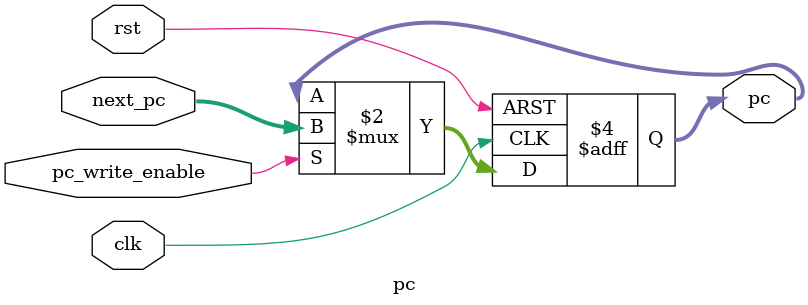
<source format=v>
`timescale 10ns / 1ns

`define ADDR_WIDTH 5  // Register file address width
`define DATA_WIDTH 32 // Data bus width

//==============================================================================
// Module: simple_cpu
// Description: A simple MIPS-like CPU core with integrated control logic.
//              (Code organized by strict pipeline stage definitions)
//==============================================================================
module simple_cpu (
    //-- Global Signals --
    input         clk,            // Clock signal
    input         rst,            // Reset signal

    //-- Instruction Fetch Interface --
    output [31:0] PC,             // Program Counter output
    input  [31:0] Instruction,    // Instruction input from memory

    //-- Data Memory Interface --
    output [31:0] Address,        // Memory address output
    output        MemWrite,       // Memory write enable signal
    output [31:0] Write_data,     // Data to write to memory
    output [ 3:0] Write_strb,     // Memory byte strobes for writes
    input  [31:0] Read_data,      // Data read from memory
    output        MemRead         // Memory read enable signal
);

  //----------------------------------------------------------------------------
  // Internal Wires - Connecting Logic Blocks and Modules
  // (Grouped here for clarity, used across stages)
  //----------------------------------------------------------------------------

  //-- Signals generated in ID (purely from Instruction) --
  wire [ 5:0] opcode;               // Opcode field
  wire [ 4:0] rs;                   // Source register 1 specifier
  wire [ 4:0] rt;                   // Source register 2 specifier / Branch Func
  wire [ 4:0] rd;                   // Destination register specifier (R-type)
  wire [ 4:0] shamt;                // Shift amount (R-type shift)
  wire [ 5:0] funct;                // Function field (R-type)
  wire [15:0] imm_16;               // 16-bit immediate value
  wire [25:0] imm_J;                // 26-bit immediate for jump
  wire [31:0] imm_SE;               // Sign-extended immediate
  wire [31:0] imm_0E;               // Zero-extended immediate
  wire [31:0] imm_B_ext;            // Sign-extended branch immediate
  wire [31:0] lui_result;           // Result for LUI instruction
  wire        use_zero_extend;      // Control for immediate extension type
  reg  [ 8:0] current_state;        // Current state of the FSM
  reg  [ 8:0] next_state;           // Next state of the FSM
  reg  [31:0] IR;                   // Instruction Register (holds current instruction)

  wire        reg_dst_input;          // Selects destination register (rd/rt/ra hint)
  wire        is_branch;              // Indicates Branch instruction
  wire        branch_condition_satisfied; // Indicates branch condition is satisfied
  wire        mem_read_internal;      // Internal Memory read enable (Load)
  wire        mem_write_internal;     // Internal Memory write enable (Store)
  wire        alu_src_imm_input;      // Selects ALU source 2 (Reg/Imm)
  wire        reg_write_cond;         // Precondition for register write enable (base check)
  wire        alu_op_ok;              // Indicates ALUOp can be derived from opcode
  wire [ 2:0] alu_op_cond;            // ALU operation hint from opcode
  wire        is_alu_operation;       // Indicates an ALU operation is needed
  wire        is_shift_operation;     // Indicates a Shift operation is needed
  wire [ 2:0] alu_op;                 // Decoded ALU operation (R/I type)
  wire [ 1:0] shifter_op;             // Decoded Shift operation type
  wire        is_shamt;               // Indicates shamt is used for shift amount
  wire        is_zero_cmp;            // Indicates branch compares rs against zero
  wire        is_move;                // Indicates MOVZ/MOVN
  wire        is_lui;                 // Indicates LUI instruction
  wire        is_load_store;          // Indicates Load/Store instruction
  wire [ 2:0] move_alu_op;            // ALU operation code for MOVZ/MOVN
  wire        is_jump;                // Indicates any Jump instruction occurred (J, JAL, JR, JALR)
  wire        is_link_jump;           // Indicates JAL or JALR instruction
  wire        is_j_instr;
  wire        is_jal_instr;
  wire        is_jr_instr;
  wire        is_jalr_instr;
  wire        is_REGIMM;
  wire        NOP;                    // Indicates NOP instruction (all bits 0)
  wire        write_disallowed;       // Instr. type that never writes back
  wire        intermediate_reg_write_cond; // Base write condition refined

  //-- Signals from Register File (ID Stage Read) --
  wire [31:0] RF_rdata1;              // Data read from RegFile port 1 (rs)
  wire [31:0] RF_rdata2;              // Data read from RegFile port 2 (rt)

  //-- Signals from/for PC Path (Generated/Used across stages) --
  wire [31:0] next_pc;                // Next program counter value (Calculated in EX)
  wire [31:0] current_pc;             // Current program counter value (from PC module in IF)
  wire [31:0] pc_store;               // PC+8 for JAL/JALR link address (Calculated in EX)

  //-- Signals from ALU/Shifter Path (Generated in EX) --
  wire [31:0] alu_src1;               // First ALU operand
  wire [31:0] alu_src2;               // Second ALU operand
  wire [31:0] shifter_src1;           // First Shifter operand (data)
  wire [31:0] shifter_src2;           // Second Shifter operand (shift amount)
  wire [ 2:0] alu_op_final;           // Final ALU operation control to ALU
  wire        alu_zero;               // ALU Zero flag
  wire [31:0] alu_result;             // ALU computation result
  reg  [31:0] shift_result;           // Shifter result

  //-- Signals from Memory Path (Generated in MEM) --
  wire [31:0] load_data;              // Data processed from memory/registers for load operations

  //-- Signals for WB Stage --
  wire        RF_wen;                 // Final write enable to RegFile
  wire [ 4:0] RF_waddr;               // Write address to RegFile
  reg  [31:0] RF_wdata;               // Write data to RegFile

  wire [69:0] inst_retire;

  assign inst_retire = {RF_wen, RF_waddr, RF_wdata, current_pc}; // Assigning the inst_retire signal with the required information

  //============================================================================
  // PIPELINE STAGE 0: FSM Implementation
  //============================================================================

// -- FSM State Definitions --
localparam INIT = 9'b000000001, // Initial State
           IF   = 9'b000000010, // Instruction Fetch
           IW   = 9'b000000100, // Instruction Wait
           ID   = 9'b000001000, // Instruction Decode
           EX   = 9'b000010000, // Execute
           ST   = 9'b000100000, // Store - Memory Write
           MEM  = 9'b001000000, // Load - Memory Read
           RDW  = 9'b010000000, // Read Data Wait
           WB   = 9'b100000000; // Write Back

  // -- FSM State Register --
  always @(posedge clk) begin
    if (rst) begin
      current_state <= IF;         // Reset state
    end else begin
      current_state <= next_state; // Update state based on FSM logic
    end
  end

  // -- FSM Next State Logic --
  always @(*) begin
    case (current_state)
      IF : next_state = ID;
      ID : begin
            if (NOP) begin
              next_state = IF;
            end
            else begin
              next_state = EX;
            end
      end
      EX : begin
        if (is_j_instr || is_REGIMM || is_branch) begin
          next_state = IF;
        end
        else if (is_load_store) begin
          next_state = MEM;
        end
        else begin
          next_state = WB;
        end
      end
      MEM : begin
        if (opcode[3]) begin
          next_state = IF;
        end
        else begin
          next_state = WB;
        end
      end
      WB : next_state = IF;
      default: next_state = IF;
  endcase
  end

  // -- FSM Output Logic --
  assign IRWrite = current_state[1];
  assign Regwrite_fsm = current_state[8];

  // -- Instruction Register Logic --
  always @(posedge clk) begin
    if (IRWrite) begin
      IR <= Instruction; // Reset instruction register
    end else begin
      IR <= IR;          // Fetch instruction from memory
    end
  end


  //============================================================================
  // PIPELINE STAGE 1: Instruction Fetch (IF)
  //============================================================================

  //-- PC Register --
  wire pc_write_enable = (current_state == IF) ||                                          // Always update after IF (for PC+4 usually)
                       ((current_state == EX) && is_jump) ||                               // Update for any jump in EX
                       ((current_state == EX) && is_branch && branch_condition_satisfied); // Update for taken branch in EX
  pc instance_pc (
      .clk        (clk),
      .rst        (rst),
      .pc_write_enable (pc_write_enable), // Input: PC write enable signal (from control logic)
      .next_pc    (next_pc),              // Input: Next PC value (Calculated in EX stage)
      .pc         (current_pc)            // Output: Current PC value (Used across stages)
  );


  //============================================================================
  // PIPELINE STAGE 2: Instruction Decode / Register Fetch (ID)
  //============================================================================

  //-- Instruction Field Decoding --
  assign      opcode   = IR[31:26]; // Opcode field
  assign      rs       = IR[25:21]; // Source register 1 specifier
  assign      rt       = IR[20:16]; // Source register 2 specifier / Branch Func
  assign      rd       = IR[15:11]; // Destination register specifier (R-type)
  assign      shamt    = IR[10: 6]; // Shift amount (R-type shift)
  assign      funct    = IR[ 5: 0]; // Function field (R-type)
  assign      imm_16   = IR[15: 0]; // 16-bit immediate value
  assign      imm_J    = IR[25: 0]; // 26-bit immediate for jump

  //-- Immediate Value Processing (Purely from Instruction) --
  assign      NOP      = (~|IR);                                      // NOP instruction (all bits 0)
  assign      imm_SE   = {{16{imm_16[15]}}, imm_16};                  // Sign-extended immediate
  assign      imm_0E   = {16'b0, imm_16};                             // Zero-extended immediate
  assign      imm_B_ext= {{16{imm_16[15]}}, imm_16};                  // Sign-extended branch immediate (used in EX)
  assign      lui_result = {imm_16, 16'b0};                           // Result for LUI instruction (used in WB)
  assign      use_zero_extend = (opcode[5:3] == 3'b001) && opcode[2]; // Use Zero Ext for ANDI/ORI/XORI (used in EX)

  //-- Primary Control Signal Generation (Purely from Instruction) --
  wire        is_branch_sub     = (opcode[5:2] == 4'b0001);                    // Specific branch types
  wire        is_branch_slt     = (opcode == 6'b000001);                       // Branches that use slt as alu_op
  assign      is_branch         = (is_branch_sub || is_branch_slt);            // General branch flag
  assign      reg_dst_input     = opcode[5] ^ opcode[3];                       // Hint for WB Stage dest reg sel
  assign      mem_read_internal = current_state[6] && (opcode[5:3] == 3'b100); // Control for MEM Stage
  assign      mem_write_internal= current_state[6] && (opcode[5:3] == 3'b101); // Control for MEM Stage
  assign      alu_src_imm_input = ((opcode[5] || opcode[3]) && !opcode[4]);    // Control for EX Stage (ALU Src Sel)

  //-- Secondary Control Signal Generation (Purely from Instruction or derived ID signals) --
  wire        imm_arithmetic    = (opcode[5:3] == 3'b001 && ~&opcode[2:0]);       // I-type Arith?
  assign      is_load_store     = opcode[5:3] == 3'b100 || opcode[5:3] == 3'b101; // Load or Store?
  assign      reg_write_cond    = !mem_write_internal && !is_branch;              // Base RegWrite condition (used in WB)

  // -- Decode I-type arith op based on opcode --
  wire [ 2:0] arith_type;
  assign      arith_type[0]     = (~opcode[2] & opcode[1]) | (opcode[2] & opcode[0]);
  assign      arith_type[1]     = ~opcode[2];
  assign      arith_type[2]     = opcode[1] & ~opcode[0];
  assign      alu_op_cond       = is_branch_slt  ? 3'b111 :
                                  is_branch_sub  ? 3'b110 :
                                  is_load_store  ? 3'b010 :
                                  imm_arithmetic ? arith_type :
                                  3'bxxx;
  assign      alu_op_ok         = (imm_arithmetic || is_branch || is_load_store);      // Validity of hint for EX

  assign      is_alu_operation   = ((~|opcode && funct[5] == 1'b1) || imm_arithmetic); // Is it an ALU op? (Used EX/WB)
  assign      is_shift_operation = (~|opcode && ~|funct[5:3]);                         // Is it a Shift op? (Used EX/WB)

  // -- Decode R-type arith op based on funct --
  wire [ 2:0] r_type_arith_op;
  assign      r_type_arith_op[0] = (funct[3] & funct[1]) | (~funct[3] & funct[2] & funct[0]);
  assign      r_type_arith_op[1] = funct[3] | ~funct[2];
  assign      r_type_arith_op[2] = (funct[3] & ~funct[0]) | (~funct[3] & funct[1]);
  assign      alu_op             = (~|opcode) ? r_type_arith_op : alu_op_cond ;        // Base ALU op (R/I type) (Used EX)

  // -- Decode R-type shift op based on funct --
  wire [ 1:0] shift_type;                                                              // Decode R-type shift op based on funct
  assign      shift_type[0]      = funct[1] & funct[0];
  assign      shift_type[1]      = funct[1];
  assign      shifter_op         = is_shift_operation ? shift_type : 2'b00;            // Shift op type (Used EX)
  assign      is_shamt           = is_shift_operation && ~funct[2];                    // Use shamt? (Used EX)

  assign      is_zero_cmp        = is_branch && (opcode[2:0] == 3'b110 || opcode[2:0] == 3'b111 || opcode[2:0] == 3'b001); // Compare rs to 0? (Used EX)

  assign      is_move            = (~|opcode && funct[1] && funct[3] && !funct[5]);    // MOVZ/MOVN? (Used EX/WB)
  assign      is_lui             = (opcode == 6'b001111);                              // LUI? (Used WB)
  assign      move_alu_op        = 3'b001;                                             // ALU Op for Move (Used EX)

  assign      is_j_instr         = (opcode == 6'b000010);
  assign      is_jal_instr       = (opcode == 6'b000011);
  assign      is_jr_instr        = (~|opcode && funct == 6'b001000);
  assign      is_jalr_instr      = (~|opcode && funct == 6'b001001);
  assign      is_jump            = is_j_instr || is_jal_instr || is_jr_instr || is_jalr_instr; // Is it any Jump? (Used EX)
  assign      is_link_jump       = is_jal_instr || is_jalr_instr;                              // Is it JAL/JALR? (Used EX/WB)
  assign      is_REGIMM          = (opcode == 6'b000001);                                      // Is it REGIMM? (Used EX)

  assign      write_disallowed   = is_j_instr || is_jr_instr || mem_write_internal;            // Instr. that don't write back (refined) (Used WB)
  assign      intermediate_reg_write_cond = reg_write_cond && !write_disallowed;               // Base write condition refined (Used WB)




  //-- Register File Read --
  reg_file instance_reg_file (
      .clk        (clk),
      .waddr      (RF_waddr),         // Input: Write address (From WB stage)
      .raddr1     (rs),               // Input: Read address 1 (rs field from ID)
      .raddr2     (rt),               // Input: Read address 2 (rt field from ID)
      .wen        (RF_wen),           // Input: Write enable (From WB stage)
      .wdata      (RF_wdata),         // Input: Write data (From WB stage)
      .rdata1     (RF_rdata1),        // Output: Read data 1 (rs value) -> To EX
      .rdata2     (RF_rdata2)         // Output: Read data 2 (rt value) -> To EX/MEM/WB
  );

  //============================================================================
  // PIPELINE STAGE 3: Execute (EX)
  //============================================================================

  //-- ALU Source Selector Logic (Uses ID signals, Reg Data) --
  assign      alu_src1           = (is_move) ? 32'b0 : RF_rdata1;                         // ALU Input A
  assign      alu_src2           = (is_zero_cmp)       ? 32'b0 :                          // ALU Input B
                                   (alu_src_imm_input) ? (use_zero_extend ? imm_0E : imm_SE) :
                                   RF_rdata2;

  //-- Shifter Source Selector Logic (Uses ID signals, Reg Data) --
  assign      shifter_src1       = RF_rdata2;                                             // Shifter Input A (Data)
  assign      shifter_src2       = (is_shamt) ? {27'b0, shamt} : {27'b0, RF_rdata1[4:0]}; // Shifter Input B (Amount)

  //-- ALU Op Generator Logic (Uses ID signals) --
  assign      alu_op_final       = (is_move)          ? move_alu_op :
                                   (is_alu_operation) ? alu_op :
                                   (alu_op_ok)        ? alu_op_cond :
                                   3'b010;                                                // Final ALU Op -> To ALU

  //-- ALU Execution --
  wire [31:0] alu_out;                // ALU computation result

  alu instance_alu (
      .A          (alu_src1),         // Input A from Src Sel
      .B          (alu_src2),         // Input B from Src Sel
      .ALUop      (alu_op_final),     // Input Opcode from Op Gen
      .Overflow   (),
      .CarryOut   (),
      .Zero       (alu_zero),         // Output: Zero flag -> To EX (PC Ctrl), WB
      .Result     (alu_result)           // Output: ALU computation result -> To EX (PC Ctrl), MEM, WB
  );


  //-- Shifter Execution --
  wire [31:0] shifter_out;                // Shifter computation result

  shifter instance_shifter (
      .A          (shifter_src1),         // Input Data from Src Sel
      .B          (shifter_src2[4:0]),    // Input Shift Amount from Src Sel
      .Shiftop    (shifter_op),           // Input Opcode from ID
      .Result     (shifter_out)           // Output: Shifter result -> To WB
  );

  always @(posedge clk) begin
      shift_result <= shifter_out;        // Store Shifter result for WB stage
  end

  //-- PC Controller Logic (Uses ID signals, EX results, IF PC) --
  assign      branch_condition_satisfied = is_branch &&                                                                    // Check using signals from ID and results from EX
                                           ( (is_branch_slt && (rt[0] ^ alu_result[0])) ||                                 // REGIMM check using rt(funct_branch) from ID, alu_result from EX
                                             (is_branch_sub && opcode[1] && (opcode[0] ^ (alu_result[31] || alu_zero))) || // BLEZ/BGTZ check using opcode from ID, alu_result/zero from EX
                                             (is_branch_sub && !opcode[1] && (opcode[0] ^ alu_zero))                       // BEQ/BNE check using opcode from ID, alu_zero from EX
                                           );

  wire [31:0] branch_target      = (current_pc) + (imm_B_ext << 2);                                                   // Branch target addr calculation

  wire [31:0] jump_target        = (is_j_instr || is_jal_instr) ? {current_pc[31:28], imm_J, 2'b00} : RF_rdata1;      // J/JAL or JR/JALR target calculation

  // Next PC Selection based on control signals (ID) and conditions (EX)
  assign      next_pc            = (rst)                                                    ? 32'h00000000 :          // Reset PC value
                                   (current_state == EX && is_jump)                         ? jump_target  :          // Jump target selection
                                   (current_state == EX && is_branch && branch_condition_satisfied) ? branch_target : // Branch target selection
                                   current_pc + 4;                                                                    // Default: PC + 4 -> To IF

  // PC+8 Calculation for Link Instructions (Uses ID signal, IF PC)
  assign      pc_store           = is_link_jump ? (current_pc + 4) : 32'b0;                                           // Value to store for JAL/JALR -> To WB

  //============================================================================
  // PIPELINE STAGE 4: Memory Access (MEM)
  //============================================================================

  //-- Load/Store Address and Data Logic (Uses ID signals, EX results, ID reg data) --
  wire [ 1:0] addr_offset        = alu_result[1:0];            // Byte offset (from EX result)
  wire        addr_0             = (addr_offset == 2'b00);
  wire        addr_1             = (addr_offset == 2'b01);
  wire        addr_2             = (addr_offset == 2'b10);
  wire        addr_3             = (addr_offset == 2'b11);

  // Memory Address Output Calculation (Uses EX result)
  assign      Address            = {alu_result[31:2], 2'b00};  // Word-aligned address -> To Memory Interface

  // Memory Write Strobe Generation (Uses ID signals, EX result offset)
  assign      Write_strb         = {4{mem_write_internal}} & ( // Use is_store (mem_write_internal) from ID
                                     (({4{opcode[1:0] == 2'b00}} & ((addr_0 ? 4'b0001 : 0) | (addr_1 ? 4'b0010 : 0) | (addr_2 ? 4'b0100 : 0) | (addr_3 ? 4'b1000 : 0))) | // SB
                                     ({4{opcode[1:0] == 2'b01}} & ((addr_0 ? 4'b0011 : 0) | (addr_2 ? 4'b1100 : 0))) |                                                    // SH
                                     ({4{opcode[1:0] == 2'b11}} & (addr_0 ? 4'b1111 : 4'b0000)) |                                                                         // SW
                                     ({4{opcode[2:0] == 3'b010}} & ((addr_0 ? 4'b0001 : 0) | (addr_1 ? 4'b0011 : 0) | (addr_2 ? 4'b0111 : 0) | (addr_3 ? 4'b1111 : 0))) | // SWL
                                     ({4{opcode[2:0] == 3'b110}} & ((addr_0 ? 4'b1111 : 0) | (addr_1 ? 4'b1110 : 0) | (addr_2 ? 4'b1100 : 0) | (addr_3 ? 4'b1000 : 0)))   // SWR
                                    )); // -> To Memory Interface

  assign      Write_data         = {32{mem_write_internal}} & ( // Format RF_rdata2 for stores -> To Memory Interface
                                     (({32{opcode[1:0] == 2'b00}} & {4{RF_rdata2[7:0]}}) | // SB
                                     ({32{opcode[1:0] == 2'b01}} & {2{RF_rdata2[15:0]}}) | // SH
                                     ({32{opcode[1:0] == 2'b11}} & RF_rdata2) |            // SW
                                     ({32{opcode[2:0] == 3'b010}} & ( // SWL (Logic kept as-is)
                                         (addr_0 ? {24'b0, RF_rdata2[31:24]} :
                                          addr_1 ? {16'b0, RF_rdata2[31:16]} :
                                          addr_2 ? { 8'b0, RF_rdata2[31: 8]} :
                                                   RF_rdata2)
                                     )) |
                                     ({32{opcode[2:0] == 3'b110}} & ( // SWR (Logic kept as-is)
                                         (addr_0 ? RF_rdata2 :
                                          addr_1 ? {RF_rdata2[23:0],  8'b0} :
                                          addr_2 ? {RF_rdata2[15:0], 16'b0} :
                                                   {RF_rdata2[ 7:0], 24'b0})
                                     )))
                                   );

   // Processing of Data Read from Memory (Uses ID signals, EX result offset, ID reg data, Mem input)
   assign      load_data          = mem_read_internal ? // Process Read_data -> To WB Stage
                                    ( (opcode[1:0] == 2'b00) ?  // LB/LBU
                                      (addr_0 ? {{24{(~opcode[2] & Read_data [ 7])}}, Read_data [ 7: 0]} :
                                       addr_1 ? {{24{(~opcode[2] & Read_data [15])}}, Read_data [15: 8]} :
                                       addr_2 ? {{24{(~opcode[2] & Read_data [23])}}, Read_data [23:16]} :
                                                {{24{(~opcode[2] & Read_data [31])}}, Read_data [31:24]} )

                                    : (opcode[1:0] == 2'b01) ?  // LH/LHU
                                      (addr_0 ? {{16{(~opcode[2] & Read_data [15])}}, Read_data [15: 0]} :
                                       addr_2 ? {{16{(~opcode[2] & Read_data [31])}}, Read_data [31:16]} :
                                                32'b0 )

                                    : (opcode[1:0] == 2'b11) ? Read_data // LW

                                    : (opcode[2:0] == 3'b010) ? // LWL
                                      (addr_0 ? {Read_data [ 7: 0], RF_rdata2 [23: 0]} :
                                       addr_1 ? {Read_data [15: 0], RF_rdata2 [15: 0]} :
                                       addr_2 ? {Read_data [23: 0], RF_rdata2 [ 7: 0]} :
                                                Read_data )

                                    : (opcode[2:0] == 3'b110) ? // LWR
                                      (addr_0 ? Read_data :
                                       addr_1 ? {RF_rdata2 [31:24], Read_data [31: 8]} :
                                       addr_2 ? {RF_rdata2 [31:16], Read_data [31:16]} :
                                                {RF_rdata2 [31: 8], Read_data [31:24]} )

                                    : 32'b0 ) // Default unknown load
                                    : 32'b0;  // Default if not a load


  //============================================================================
  // PIPELINE STAGE 5: Write Back (WB)
  //============================================================================

  //-- Register Write Address and Enable Logic (Uses ID signals, EX results) --
  assign      RF_waddr           = (is_link_jump) ? 5'd31 :           // JAL/JALR -> $ra (from ID)
                                   (reg_dst_input) ? rt :             // I-type/Load hint -> rt (from ID)
                                   rd;                                // R-type hint -> rd (from ID)
                                                                      // -> To RegFile instance

  assign      RF_wen             = Regwrite_fsm & ((intermediate_reg_write_cond && !is_move) || // Use conditions from ID and...
                                   (is_move && (funct[0] ^ alu_zero) && reg_write_cond));       // ...MOVZ/N check using alu_zero from EX
                                                                                                // -> To RegFile instance

  //-- Write Back Data Selection (Uses ID signals, EX results, MEM results) --
  wire [31:0] _RF_wdata;                                                       // Write data to RegFile (processed from ID, EX, MEM)
  assign      _RF_wdata          = (is_lui)             ? lui_result :         // P1: LUI (from ID)
                                   (mem_read_internal)  ? load_data :          // P2: Load result from MEM
                                   (is_move)            ? RF_rdata1 :          // P3: MOVZ/MOVN result (rs) from ID
                                   (is_alu_operation)   ? alu_result :         // P4: Other ALU result from EX
                                   (is_shift_operation) ? shift_result :       // P5: Shifter result from EX
                                   (is_link_jump)       ? pc_store :           // P6: Link address (PC+8) from EX
                                   32'b0;                                      // Default: 0 (No writeback)
                                                                               // -> To RegFile instance
  always @(posedge clk) begin
      RF_wdata <= _RF_wdata;                                                   // Store write data for RegFile
  end

  //----------------------------------------------------------------------------
  // Top-Level Output Assignments
  //----------------------------------------------------------------------------
  assign      PC                 = current_pc;                      // Output current PC (from IF stage)
  assign      MemWrite           = mem_write_internal;              // Output MemWrite signal (from ID stage control)
  assign      MemRead            = mem_read_internal;               // Output MemRead signal (from ID stage control)

endmodule


//==============================================================================
// Module: pc (Remains unchanged)
// Description: Program Counter register. Stores the address of the next
//              instruction to be fetched.
//==============================================================================
module pc (
    input         clk,
    input         rst,
    input         pc_write_enable,
    input  [31:0] next_pc,
    output reg [31:0] pc
);
  always @(posedge clk or posedge rst) begin
    if (rst) begin
      pc <= 32'h00000000;
    end else if (pc_write_enable) begin
      pc <= next_pc;
    end
  end
endmodule


</source>
